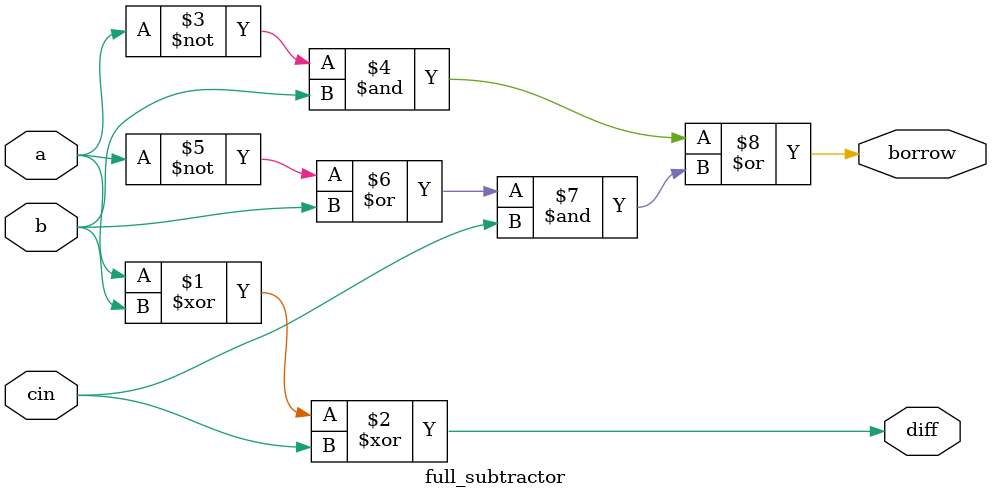
<source format=v>
module full_subtractor (input a, b, cin, output diff, borrow);
assign diff = a ^ b ^ cin;
assign borrow = (~a & b) | ((~a | b) & cin);
endmodule

</source>
